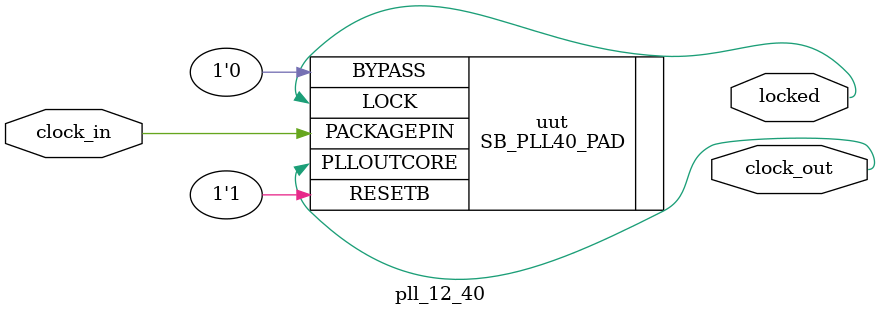
<source format=v>
/**
 * PLL configuration
 *
 * This Verilog module was generated automatically
 * using the icepll tool from the IceStorm project.
 * Use at your own risk.
 *
 * Given input frequency:        12.000 MHz
 * Requested output frequency:   40.000 MHz
 * Achieved output frequency:    39.750 MHz
 */

module pll_12_40(
        input  clock_in,
        output clock_out,
        output locked
        );

SB_PLL40_PAD #(
                .FEEDBACK_PATH("SIMPLE"),
                .PLLOUT_SELECT("GENCLK"),

                // .DIVR(4'b0000),         // DIVR =  0
                // .DIVF(7'b1001111),      // DIVF = 79
                // .DIVQ(3'b100),          // DIVQ =  4
                // .FILTER_RANGE(3'b001)   // FILTER_RANGE = 1

                .DIVR(4'b0000),         // DIVR =  0
                .DIVF(7'b0110100),      // DIVF = 52
                .DIVQ(3'b100),          // DIVQ =  4
                .FILTER_RANGE(3'b001)   // FILTER_RANGE = 1
        ) uut (
                .LOCK(locked),
                .PACKAGEPIN(clock_in),
                .PLLOUTCORE(clock_out),
                .RESETB(1'b1),
                .BYPASS(1'b0)

                //.REFERENCECLK(clock_in),

                );

endmodule
</source>
